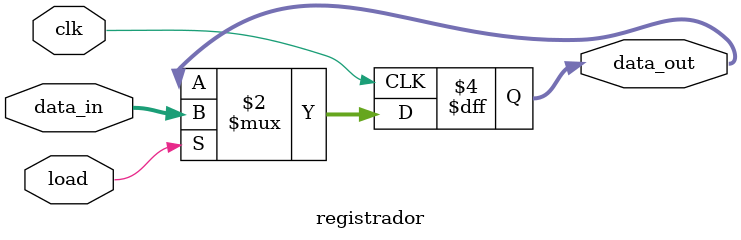
<source format=v>
module registrador (
    input clk,             // Clock do sistema
    input [PARAM_BITS-1:0] data_in, // Dados de entrada
    input load,            // Sinal de carregamento de dados
    output reg [PARAM_BITS-1:0] data_out // Dados de saída
);

    parameter PARAM_BITS = 9; // Define o número de bits do registrador

    always @(posedge clk) begin
        if (load) begin // Se o sinal de carregamento de dados estiver ativo
            data_out <= data_in; // Carrega os dados de entrada no registrador
        end
    end

endmodule
</source>
